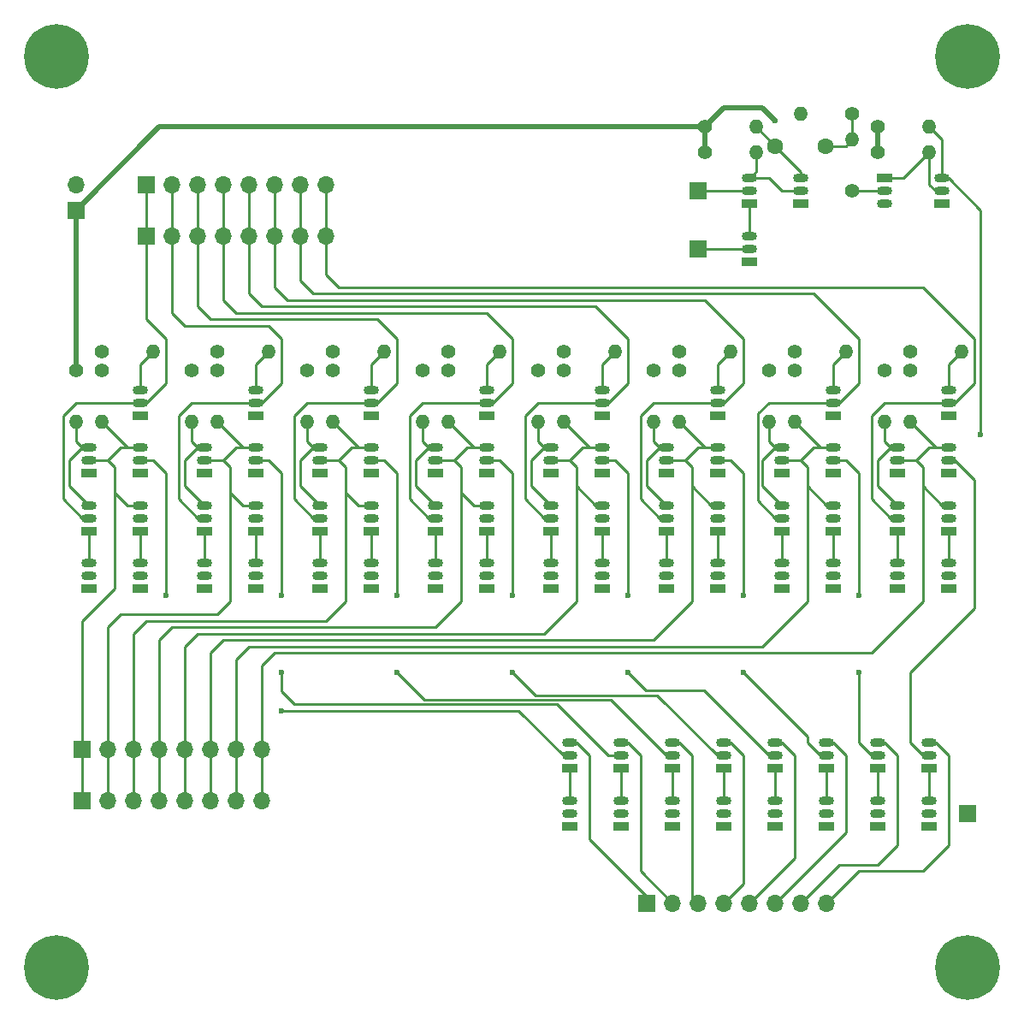
<source format=gbr>
G04 #@! TF.FileFunction,Copper,L1,Top,Signal*
%FSLAX46Y46*%
G04 Gerber Fmt 4.6, Leading zero omitted, Abs format (unit mm)*
G04 Created by KiCad (PCBNEW 4.0.7-e2-6376~58~ubuntu16.04.1) date Tue Jan 16 13:30:28 2018*
%MOMM*%
%LPD*%
G01*
G04 APERTURE LIST*
%ADD10C,0.100000*%
%ADD11C,1.600000*%
%ADD12R,1.700000X1.700000*%
%ADD13O,1.700000X1.700000*%
%ADD14O,1.500000X0.900000*%
%ADD15R,1.500000X0.900000*%
%ADD16C,1.400000*%
%ADD17O,1.400000X1.400000*%
%ADD18C,6.400000*%
%ADD19C,0.600000*%
%ADD20C,0.250000*%
%ADD21C,0.500000*%
G04 APERTURE END LIST*
D10*
D11*
X117475000Y-29210000D03*
X122475000Y-29210000D03*
D12*
X55245000Y-33020000D03*
D13*
X57785000Y-33020000D03*
X60325000Y-33020000D03*
X62865000Y-33020000D03*
X65405000Y-33020000D03*
X67945000Y-33020000D03*
X70485000Y-33020000D03*
X73025000Y-33020000D03*
D12*
X48260000Y-35560000D03*
D13*
X48260000Y-33020000D03*
D12*
X55245000Y-38100000D03*
D13*
X57785000Y-38100000D03*
X60325000Y-38100000D03*
X62865000Y-38100000D03*
X65405000Y-38100000D03*
X67945000Y-38100000D03*
X70485000Y-38100000D03*
X73025000Y-38100000D03*
D12*
X109855000Y-33655000D03*
X109855000Y-39370000D03*
X104775000Y-104140000D03*
D13*
X107315000Y-104140000D03*
X109855000Y-104140000D03*
X112395000Y-104140000D03*
X114935000Y-104140000D03*
X117475000Y-104140000D03*
X120015000Y-104140000D03*
X122555000Y-104140000D03*
D12*
X48895000Y-88900000D03*
D13*
X51435000Y-88900000D03*
X53975000Y-88900000D03*
X56515000Y-88900000D03*
X59055000Y-88900000D03*
X61595000Y-88900000D03*
X64135000Y-88900000D03*
X66675000Y-88900000D03*
D12*
X48895000Y-93980000D03*
D13*
X51435000Y-93980000D03*
X53975000Y-93980000D03*
X56515000Y-93980000D03*
X59055000Y-93980000D03*
X61595000Y-93980000D03*
X64135000Y-93980000D03*
X66675000Y-93980000D03*
D12*
X136525000Y-95250000D03*
D14*
X114935000Y-33655000D03*
X114935000Y-32385000D03*
D15*
X114935000Y-34925000D03*
D14*
X120015000Y-33655000D03*
X120015000Y-32385000D03*
D15*
X120015000Y-34925000D03*
D14*
X128270000Y-33655000D03*
X128270000Y-34925000D03*
D15*
X128270000Y-32385000D03*
D14*
X133985000Y-33655000D03*
X133985000Y-32385000D03*
D15*
X133985000Y-34925000D03*
D14*
X114935000Y-39370000D03*
X114935000Y-38100000D03*
D15*
X114935000Y-40640000D03*
D14*
X97155000Y-89535000D03*
X97155000Y-88265000D03*
D15*
X97155000Y-90805000D03*
D14*
X102235000Y-89535000D03*
X102235000Y-88265000D03*
D15*
X102235000Y-90805000D03*
D14*
X107315000Y-89535000D03*
X107315000Y-88265000D03*
D15*
X107315000Y-90805000D03*
D14*
X112395000Y-89535000D03*
X112395000Y-88265000D03*
D15*
X112395000Y-90805000D03*
D14*
X117475000Y-89535000D03*
X117475000Y-88265000D03*
D15*
X117475000Y-90805000D03*
D14*
X122555000Y-89535000D03*
X122555000Y-88265000D03*
D15*
X122555000Y-90805000D03*
D14*
X127635000Y-89535000D03*
X127635000Y-88265000D03*
D15*
X127635000Y-90805000D03*
D14*
X132715000Y-89535000D03*
X132715000Y-88265000D03*
D15*
X132715000Y-90805000D03*
D14*
X97155000Y-95250000D03*
X97155000Y-93980000D03*
D15*
X97155000Y-96520000D03*
D14*
X102235000Y-95250000D03*
X102235000Y-93980000D03*
D15*
X102235000Y-96520000D03*
D14*
X107315000Y-95250000D03*
X107315000Y-93980000D03*
D15*
X107315000Y-96520000D03*
D14*
X112395000Y-95250000D03*
X112395000Y-93980000D03*
D15*
X112395000Y-96520000D03*
D14*
X117475000Y-95250000D03*
X117475000Y-93980000D03*
D15*
X117475000Y-96520000D03*
D14*
X122555000Y-95250000D03*
X122555000Y-93980000D03*
D15*
X122555000Y-96520000D03*
D14*
X127635000Y-95250000D03*
X127635000Y-93980000D03*
D15*
X127635000Y-96520000D03*
D14*
X132715000Y-95250000D03*
X132715000Y-93980000D03*
D15*
X132715000Y-96520000D03*
D14*
X49530000Y-66040000D03*
X49530000Y-64770000D03*
D15*
X49530000Y-67310000D03*
D14*
X49530000Y-60325000D03*
X49530000Y-59055000D03*
D15*
X49530000Y-61595000D03*
D14*
X54610000Y-60325000D03*
X54610000Y-59055000D03*
D15*
X54610000Y-61595000D03*
D14*
X54610000Y-66040000D03*
X54610000Y-64770000D03*
D15*
X54610000Y-67310000D03*
D14*
X49530000Y-71755000D03*
X49530000Y-70485000D03*
D15*
X49530000Y-73025000D03*
D14*
X54610000Y-71755000D03*
X54610000Y-70485000D03*
D15*
X54610000Y-73025000D03*
D14*
X54610000Y-54610000D03*
X54610000Y-53340000D03*
D15*
X54610000Y-55880000D03*
D14*
X60960000Y-66040000D03*
X60960000Y-64770000D03*
D15*
X60960000Y-67310000D03*
D14*
X60960000Y-60325000D03*
X60960000Y-59055000D03*
D15*
X60960000Y-61595000D03*
D14*
X66040000Y-60325000D03*
X66040000Y-59055000D03*
D15*
X66040000Y-61595000D03*
D14*
X66040000Y-66040000D03*
X66040000Y-64770000D03*
D15*
X66040000Y-67310000D03*
D14*
X60960000Y-71755000D03*
X60960000Y-70485000D03*
D15*
X60960000Y-73025000D03*
D14*
X66040000Y-71755000D03*
X66040000Y-70485000D03*
D15*
X66040000Y-73025000D03*
D14*
X66040000Y-54610000D03*
X66040000Y-53340000D03*
D15*
X66040000Y-55880000D03*
D14*
X72390000Y-66040000D03*
X72390000Y-64770000D03*
D15*
X72390000Y-67310000D03*
D14*
X72390000Y-60325000D03*
X72390000Y-59055000D03*
D15*
X72390000Y-61595000D03*
D14*
X77470000Y-60325000D03*
X77470000Y-59055000D03*
D15*
X77470000Y-61595000D03*
D14*
X77470000Y-66040000D03*
X77470000Y-64770000D03*
D15*
X77470000Y-67310000D03*
D14*
X72390000Y-71755000D03*
X72390000Y-70485000D03*
D15*
X72390000Y-73025000D03*
D14*
X77470000Y-71755000D03*
X77470000Y-70485000D03*
D15*
X77470000Y-73025000D03*
D14*
X77470000Y-54610000D03*
X77470000Y-53340000D03*
D15*
X77470000Y-55880000D03*
D14*
X83820000Y-66040000D03*
X83820000Y-64770000D03*
D15*
X83820000Y-67310000D03*
D14*
X83820000Y-60325000D03*
X83820000Y-59055000D03*
D15*
X83820000Y-61595000D03*
D14*
X88900000Y-60325000D03*
X88900000Y-59055000D03*
D15*
X88900000Y-61595000D03*
D14*
X88900000Y-66040000D03*
X88900000Y-64770000D03*
D15*
X88900000Y-67310000D03*
D14*
X83820000Y-71755000D03*
X83820000Y-70485000D03*
D15*
X83820000Y-73025000D03*
D14*
X88900000Y-71755000D03*
X88900000Y-70485000D03*
D15*
X88900000Y-73025000D03*
D14*
X88900000Y-54610000D03*
X88900000Y-53340000D03*
D15*
X88900000Y-55880000D03*
D14*
X95250000Y-66040000D03*
X95250000Y-64770000D03*
D15*
X95250000Y-67310000D03*
D14*
X95250000Y-60325000D03*
X95250000Y-59055000D03*
D15*
X95250000Y-61595000D03*
D14*
X100330000Y-60325000D03*
X100330000Y-59055000D03*
D15*
X100330000Y-61595000D03*
D14*
X100330000Y-66040000D03*
X100330000Y-64770000D03*
D15*
X100330000Y-67310000D03*
D14*
X95250000Y-71755000D03*
X95250000Y-70485000D03*
D15*
X95250000Y-73025000D03*
D14*
X100330000Y-71755000D03*
X100330000Y-70485000D03*
D15*
X100330000Y-73025000D03*
D14*
X100330000Y-54610000D03*
X100330000Y-53340000D03*
D15*
X100330000Y-55880000D03*
D14*
X106680000Y-66040000D03*
X106680000Y-64770000D03*
D15*
X106680000Y-67310000D03*
D14*
X106680000Y-60325000D03*
X106680000Y-59055000D03*
D15*
X106680000Y-61595000D03*
D14*
X111760000Y-60325000D03*
X111760000Y-59055000D03*
D15*
X111760000Y-61595000D03*
D14*
X111760000Y-66040000D03*
X111760000Y-64770000D03*
D15*
X111760000Y-67310000D03*
D14*
X106680000Y-71755000D03*
X106680000Y-70485000D03*
D15*
X106680000Y-73025000D03*
D14*
X111760000Y-71755000D03*
X111760000Y-70485000D03*
D15*
X111760000Y-73025000D03*
D14*
X111760000Y-54610000D03*
X111760000Y-53340000D03*
D15*
X111760000Y-55880000D03*
D14*
X118110000Y-66040000D03*
X118110000Y-64770000D03*
D15*
X118110000Y-67310000D03*
D14*
X118110000Y-60325000D03*
X118110000Y-59055000D03*
D15*
X118110000Y-61595000D03*
D14*
X123190000Y-60325000D03*
X123190000Y-59055000D03*
D15*
X123190000Y-61595000D03*
D14*
X123190000Y-66040000D03*
X123190000Y-64770000D03*
D15*
X123190000Y-67310000D03*
D14*
X118110000Y-71755000D03*
X118110000Y-70485000D03*
D15*
X118110000Y-73025000D03*
D14*
X123190000Y-71755000D03*
X123190000Y-70485000D03*
D15*
X123190000Y-73025000D03*
D14*
X123190000Y-54610000D03*
X123190000Y-53340000D03*
D15*
X123190000Y-55880000D03*
D14*
X129540000Y-66040000D03*
X129540000Y-64770000D03*
D15*
X129540000Y-67310000D03*
D14*
X129540000Y-60325000D03*
X129540000Y-59055000D03*
D15*
X129540000Y-61595000D03*
D14*
X134620000Y-60325000D03*
X134620000Y-59055000D03*
D15*
X134620000Y-61595000D03*
D14*
X134620000Y-66040000D03*
X134620000Y-64770000D03*
D15*
X134620000Y-67310000D03*
D14*
X129540000Y-71755000D03*
X129540000Y-70485000D03*
D15*
X129540000Y-73025000D03*
D14*
X134620000Y-71755000D03*
X134620000Y-70485000D03*
D15*
X134620000Y-73025000D03*
D14*
X134620000Y-54610000D03*
X134620000Y-53340000D03*
D15*
X134620000Y-55880000D03*
D16*
X110490000Y-29845000D03*
D17*
X115570000Y-29845000D03*
D16*
X110490000Y-27305000D03*
D17*
X115570000Y-27305000D03*
D16*
X127635000Y-29845000D03*
D17*
X132715000Y-29845000D03*
D16*
X127635000Y-27305000D03*
D17*
X132715000Y-27305000D03*
D16*
X125095000Y-33655000D03*
D17*
X125095000Y-28575000D03*
D16*
X125095000Y-26035000D03*
D17*
X120015000Y-26035000D03*
D16*
X48260000Y-51435000D03*
D17*
X48260000Y-56515000D03*
D16*
X50800000Y-51435000D03*
D17*
X50800000Y-56515000D03*
D16*
X50800000Y-49530000D03*
D17*
X55880000Y-49530000D03*
D16*
X59690000Y-51435000D03*
D17*
X59690000Y-56515000D03*
D16*
X62230000Y-51435000D03*
D17*
X62230000Y-56515000D03*
D16*
X62230000Y-49530000D03*
D17*
X67310000Y-49530000D03*
D16*
X71120000Y-51435000D03*
D17*
X71120000Y-56515000D03*
D16*
X73660000Y-51435000D03*
D17*
X73660000Y-56515000D03*
D16*
X73660000Y-49530000D03*
D17*
X78740000Y-49530000D03*
D16*
X82550000Y-51435000D03*
D17*
X82550000Y-56515000D03*
D16*
X85090000Y-51435000D03*
D17*
X85090000Y-56515000D03*
D16*
X85090000Y-49530000D03*
D17*
X90170000Y-49530000D03*
D16*
X93980000Y-51435000D03*
D17*
X93980000Y-56515000D03*
D16*
X96520000Y-51435000D03*
D17*
X96520000Y-56515000D03*
D16*
X96520000Y-49530000D03*
D17*
X101600000Y-49530000D03*
D16*
X105410000Y-51435000D03*
D17*
X105410000Y-56515000D03*
D16*
X107950000Y-51435000D03*
D17*
X107950000Y-56515000D03*
D16*
X107950000Y-49530000D03*
D17*
X113030000Y-49530000D03*
D16*
X116840000Y-51435000D03*
D17*
X116840000Y-56515000D03*
D16*
X119380000Y-51435000D03*
D17*
X119380000Y-56515000D03*
D16*
X119380000Y-49530000D03*
D17*
X124460000Y-49530000D03*
D16*
X128270000Y-51435000D03*
D17*
X128270000Y-56515000D03*
D16*
X130810000Y-51435000D03*
D17*
X130810000Y-56515000D03*
D16*
X130810000Y-49530000D03*
D17*
X135890000Y-49530000D03*
D18*
X46355000Y-20320000D03*
X136525000Y-20320000D03*
X136525000Y-110490000D03*
X46355000Y-110490000D03*
D19*
X117475000Y-26670000D03*
X137795000Y-57785000D03*
X68580000Y-85090000D03*
X57150000Y-73660000D03*
X68580000Y-81280000D03*
X68580000Y-73660000D03*
X80010000Y-81280000D03*
X80010000Y-73660000D03*
X91440000Y-81280000D03*
X91440000Y-73660000D03*
X102870000Y-81280000D03*
X102870000Y-73660000D03*
X114300000Y-81280000D03*
X114300000Y-73660000D03*
X125730000Y-81280000D03*
X125730000Y-73660000D03*
D20*
X115570000Y-27305000D02*
X117475000Y-29210000D01*
X117475000Y-29210000D02*
X120015000Y-31750000D01*
X120015000Y-31750000D02*
X120015000Y-32385000D01*
X125095000Y-28575000D02*
X125095000Y-26035000D01*
X122475000Y-29210000D02*
X124460000Y-29210000D01*
X124460000Y-29210000D02*
X125095000Y-28575000D01*
X57150000Y-48260000D02*
X55245000Y-46355000D01*
X57150000Y-52705000D02*
X57150000Y-48260000D01*
X55245000Y-54610000D02*
X57150000Y-52705000D01*
X55245000Y-46355000D02*
X55245000Y-38100000D01*
X55245000Y-33020000D02*
X55245000Y-38100000D01*
X54610000Y-54610000D02*
X48260000Y-54610000D01*
X46990000Y-64135000D02*
X48895000Y-66040000D01*
X46990000Y-55880000D02*
X46990000Y-64135000D01*
X48260000Y-54610000D02*
X46990000Y-55880000D01*
X48895000Y-66040000D02*
X49530000Y-66040000D01*
X54610000Y-54610000D02*
X55245000Y-54610000D01*
X68580000Y-48260000D02*
X67310000Y-46990000D01*
X68580000Y-52705000D02*
X68580000Y-48260000D01*
X66675000Y-54610000D02*
X68580000Y-52705000D01*
X57785000Y-45720000D02*
X57785000Y-38100000D01*
X59055000Y-46990000D02*
X57785000Y-45720000D01*
X67310000Y-46990000D02*
X59055000Y-46990000D01*
X66040000Y-54610000D02*
X66675000Y-54610000D01*
X66040000Y-54610000D02*
X59690000Y-54610000D01*
X58420000Y-64135000D02*
X60325000Y-66040000D01*
X58420000Y-55880000D02*
X58420000Y-64135000D01*
X59690000Y-54610000D02*
X58420000Y-55880000D01*
X60325000Y-66040000D02*
X60960000Y-66040000D01*
X57785000Y-38100000D02*
X57785000Y-33020000D01*
X77470000Y-54610000D02*
X78105000Y-54610000D01*
X78105000Y-54610000D02*
X80010000Y-52705000D01*
X60325000Y-45085000D02*
X60325000Y-38100000D01*
X61595000Y-46355000D02*
X60325000Y-45085000D01*
X78105000Y-46355000D02*
X61595000Y-46355000D01*
X80010000Y-48260000D02*
X78105000Y-46355000D01*
X80010000Y-52705000D02*
X80010000Y-48260000D01*
X72390000Y-66040000D02*
X71755000Y-66040000D01*
X71755000Y-66040000D02*
X69850000Y-64135000D01*
X69850000Y-64135000D02*
X69850000Y-55880000D01*
X69850000Y-55880000D02*
X71120000Y-54610000D01*
X71120000Y-54610000D02*
X77470000Y-54610000D01*
X60325000Y-33020000D02*
X60325000Y-38100000D01*
X88900000Y-54610000D02*
X89535000Y-54610000D01*
X89535000Y-54610000D02*
X91440000Y-52705000D01*
X62865000Y-44450000D02*
X62865000Y-38100000D01*
X64135000Y-45720000D02*
X62865000Y-44450000D01*
X88900000Y-45720000D02*
X64135000Y-45720000D01*
X91440000Y-48260000D02*
X88900000Y-45720000D01*
X91440000Y-52705000D02*
X91440000Y-48260000D01*
X83820000Y-66040000D02*
X83185000Y-66040000D01*
X83185000Y-66040000D02*
X81280000Y-64135000D01*
X81280000Y-64135000D02*
X81280000Y-55880000D01*
X81280000Y-55880000D02*
X82550000Y-54610000D01*
X82550000Y-54610000D02*
X88900000Y-54610000D01*
X62865000Y-38100000D02*
X62865000Y-33020000D01*
X100330000Y-54610000D02*
X100965000Y-54610000D01*
X100965000Y-54610000D02*
X102870000Y-52705000D01*
X65405000Y-43815000D02*
X65405000Y-38100000D01*
X66675000Y-45085000D02*
X65405000Y-43815000D01*
X99695000Y-45085000D02*
X66675000Y-45085000D01*
X102870000Y-48260000D02*
X99695000Y-45085000D01*
X102870000Y-52705000D02*
X102870000Y-48260000D01*
X100330000Y-54610000D02*
X93980000Y-54610000D01*
X92710000Y-64135000D02*
X94615000Y-66040000D01*
X92710000Y-55880000D02*
X92710000Y-64135000D01*
X93980000Y-54610000D02*
X92710000Y-55880000D01*
X94615000Y-66040000D02*
X95250000Y-66040000D01*
X65405000Y-33020000D02*
X65405000Y-38100000D01*
X111760000Y-54610000D02*
X112395000Y-54610000D01*
X112395000Y-54610000D02*
X114300000Y-52705000D01*
X67945000Y-43180000D02*
X67945000Y-38100000D01*
X69215000Y-44450000D02*
X67945000Y-43180000D01*
X110490000Y-44450000D02*
X69215000Y-44450000D01*
X114300000Y-48260000D02*
X110490000Y-44450000D01*
X114300000Y-52705000D02*
X114300000Y-48260000D01*
X111760000Y-54610000D02*
X105410000Y-54610000D01*
X104140000Y-64135000D02*
X106045000Y-66040000D01*
X104140000Y-55880000D02*
X104140000Y-64135000D01*
X105410000Y-54610000D02*
X104140000Y-55880000D01*
X106045000Y-66040000D02*
X106680000Y-66040000D01*
X67945000Y-38100000D02*
X67945000Y-33020000D01*
X123190000Y-54610000D02*
X123825000Y-54610000D01*
X123825000Y-54610000D02*
X125730000Y-52705000D01*
X70485000Y-42545000D02*
X70485000Y-38100000D01*
X71755000Y-43815000D02*
X70485000Y-42545000D01*
X121285000Y-43815000D02*
X71755000Y-43815000D01*
X125730000Y-48260000D02*
X121285000Y-43815000D01*
X125730000Y-52705000D02*
X125730000Y-48260000D01*
X118110000Y-66040000D02*
X117475000Y-66040000D01*
X117475000Y-66040000D02*
X115754998Y-64319998D01*
X115754998Y-64319998D02*
X115754998Y-55695002D01*
X115754998Y-55695002D02*
X116840000Y-54610000D01*
X116840000Y-54610000D02*
X123190000Y-54610000D01*
X70485000Y-33020000D02*
X70485000Y-38100000D01*
X134620000Y-54610000D02*
X128270000Y-54610000D01*
X127000000Y-64135000D02*
X128905000Y-66040000D01*
X127000000Y-55880000D02*
X127000000Y-64135000D01*
X128270000Y-54610000D02*
X127000000Y-55880000D01*
X128905000Y-66040000D02*
X129540000Y-66040000D01*
X134620000Y-54610000D02*
X135255000Y-54610000D01*
X135255000Y-54610000D02*
X137160000Y-52705000D01*
X137160000Y-52705000D02*
X137160000Y-48260000D01*
X137160000Y-48260000D02*
X132080000Y-43180000D01*
X132080000Y-43180000D02*
X74295000Y-43180000D01*
X74295000Y-43180000D02*
X73025000Y-41910000D01*
X73025000Y-41910000D02*
X73025000Y-38100000D01*
X73025000Y-38100000D02*
X73025000Y-33020000D01*
D21*
X110490000Y-27305000D02*
X56515000Y-27305000D01*
X56515000Y-27305000D02*
X48260000Y-35560000D01*
X112395000Y-25400000D02*
X110490000Y-27305000D01*
X116205000Y-25400000D02*
X112395000Y-25400000D01*
X117475000Y-26670000D02*
X116205000Y-25400000D01*
X127635000Y-27305000D02*
X127635000Y-29845000D01*
X110490000Y-29845000D02*
X110490000Y-27305000D01*
X48260000Y-35560000D02*
X48260000Y-51435000D01*
D20*
X109855000Y-33655000D02*
X114935000Y-33655000D01*
X109855000Y-39370000D02*
X114935000Y-39370000D01*
X97155000Y-88265000D02*
X97790000Y-88265000D01*
X97790000Y-88265000D02*
X99060000Y-89535000D01*
X99060000Y-89535000D02*
X99060000Y-97790000D01*
X99060000Y-97790000D02*
X104775000Y-103505000D01*
X104775000Y-103505000D02*
X104775000Y-104140000D01*
X102235000Y-88265000D02*
X102870000Y-88265000D01*
X102870000Y-88265000D02*
X104140000Y-89535000D01*
X104140000Y-89535000D02*
X104140000Y-100965000D01*
X104140000Y-100965000D02*
X107315000Y-104140000D01*
X107315000Y-88265000D02*
X107950000Y-88265000D01*
X107950000Y-88265000D02*
X109220000Y-89535000D01*
X109220000Y-89535000D02*
X109220000Y-103505000D01*
X109220000Y-103505000D02*
X109855000Y-104140000D01*
X112395000Y-88265000D02*
X113030000Y-88265000D01*
X113030000Y-88265000D02*
X114300000Y-89535000D01*
X114300000Y-89535000D02*
X114300000Y-102235000D01*
X114300000Y-102235000D02*
X112395000Y-104140000D01*
X117475000Y-88265000D02*
X118110000Y-88265000D01*
X118110000Y-88265000D02*
X119380000Y-89535000D01*
X119380000Y-89535000D02*
X119380000Y-99695000D01*
X119380000Y-99695000D02*
X114935000Y-104140000D01*
X122555000Y-88265000D02*
X123190000Y-88265000D01*
X123190000Y-88265000D02*
X124460000Y-89535000D01*
X124460000Y-89535000D02*
X124460000Y-97155000D01*
X124460000Y-97155000D02*
X117475000Y-104140000D01*
X127635000Y-88265000D02*
X128270000Y-88265000D01*
X128270000Y-88265000D02*
X129540000Y-89535000D01*
X129540000Y-89535000D02*
X129540000Y-98425000D01*
X129540000Y-98425000D02*
X127635000Y-100330000D01*
X127635000Y-100330000D02*
X123825000Y-100330000D01*
X123825000Y-100330000D02*
X120015000Y-104140000D01*
X132715000Y-88265000D02*
X133350000Y-88265000D01*
X133350000Y-88265000D02*
X134620000Y-89535000D01*
X125730000Y-100965000D02*
X122555000Y-104140000D01*
X132080000Y-100965000D02*
X125730000Y-100965000D01*
X134620000Y-98425000D02*
X132080000Y-100965000D01*
X134620000Y-89535000D02*
X134620000Y-98425000D01*
X48895000Y-88900000D02*
X48895000Y-93980000D01*
X48895000Y-88900000D02*
X48895000Y-76200000D01*
X52070000Y-73025000D02*
X52070000Y-63500000D01*
X52070000Y-73025000D02*
X48895000Y-76200000D01*
X54610000Y-59055000D02*
X53340000Y-59055000D01*
X53340000Y-59055000D02*
X50800000Y-56515000D01*
X52070000Y-63500000D02*
X53340000Y-64770000D01*
X53340000Y-64770000D02*
X54610000Y-64770000D01*
X50800000Y-60325000D02*
X51435000Y-60325000D01*
X51435000Y-60325000D02*
X52070000Y-60960000D01*
X52070000Y-60960000D02*
X52070000Y-63500000D01*
X49530000Y-60325000D02*
X50800000Y-60325000D01*
X52705000Y-59055000D02*
X54610000Y-59055000D01*
X51435000Y-60325000D02*
X52705000Y-59055000D01*
X51435000Y-93980000D02*
X51435000Y-88900000D01*
X53975000Y-75565000D02*
X52705000Y-75565000D01*
X63500000Y-63500000D02*
X63500000Y-74295000D01*
X63500000Y-74295000D02*
X62230000Y-75565000D01*
X62230000Y-75565000D02*
X53975000Y-75565000D01*
X51435000Y-76835000D02*
X51435000Y-88900000D01*
X52705000Y-75565000D02*
X51435000Y-76835000D01*
X66040000Y-64770000D02*
X64770000Y-64770000D01*
X64770000Y-64770000D02*
X63500000Y-63500000D01*
X62865000Y-60325000D02*
X63500000Y-60960000D01*
X63500000Y-60960000D02*
X63500000Y-63500000D01*
X66040000Y-59055000D02*
X64135000Y-59055000D01*
X62865000Y-60325000D02*
X60960000Y-60325000D01*
X64135000Y-59055000D02*
X62865000Y-60325000D01*
X66040000Y-59055000D02*
X64770000Y-59055000D01*
X64770000Y-59055000D02*
X62230000Y-56515000D01*
X74930000Y-74295000D02*
X73025000Y-76200000D01*
X74930000Y-63500000D02*
X74930000Y-74295000D01*
X53975000Y-77470000D02*
X53975000Y-88900000D01*
X55245000Y-76200000D02*
X53975000Y-77470000D01*
X73025000Y-76200000D02*
X55245000Y-76200000D01*
X74295000Y-60325000D02*
X74930000Y-60960000D01*
X76200000Y-64770000D02*
X77470000Y-64770000D01*
X74930000Y-63500000D02*
X76200000Y-64770000D01*
X74930000Y-60960000D02*
X74930000Y-63500000D01*
X77470000Y-59055000D02*
X75565000Y-59055000D01*
X74295000Y-60325000D02*
X72390000Y-60325000D01*
X75565000Y-59055000D02*
X74295000Y-60325000D01*
X73660000Y-56515000D02*
X76200000Y-59055000D01*
X76200000Y-59055000D02*
X77470000Y-59055000D01*
X53975000Y-93980000D02*
X53975000Y-88900000D01*
X56515000Y-88900000D02*
X56515000Y-93980000D01*
X86360000Y-63500000D02*
X86360000Y-74295000D01*
X56515000Y-78105000D02*
X56515000Y-88900000D01*
X57785000Y-76835000D02*
X56515000Y-78105000D01*
X70485000Y-76835000D02*
X57785000Y-76835000D01*
X83820000Y-76835000D02*
X70485000Y-76835000D01*
X86360000Y-74295000D02*
X83820000Y-76835000D01*
X85725000Y-60325000D02*
X86360000Y-60960000D01*
X87630000Y-64770000D02*
X88900000Y-64770000D01*
X86360000Y-63500000D02*
X87630000Y-64770000D01*
X86360000Y-60960000D02*
X86360000Y-63500000D01*
X88900000Y-59055000D02*
X86995000Y-59055000D01*
X85725000Y-60325000D02*
X83820000Y-60325000D01*
X86995000Y-59055000D02*
X85725000Y-60325000D01*
X85090000Y-56515000D02*
X87630000Y-59055000D01*
X87630000Y-59055000D02*
X88900000Y-59055000D01*
X59055000Y-88900000D02*
X59055000Y-93980000D01*
X97790000Y-62865000D02*
X97790000Y-74295000D01*
X59055000Y-78740000D02*
X59055000Y-88900000D01*
X60325000Y-77470000D02*
X59055000Y-78740000D01*
X94615000Y-77470000D02*
X60325000Y-77470000D01*
X97790000Y-74295000D02*
X94615000Y-77470000D01*
X97155000Y-60325000D02*
X97790000Y-60960000D01*
X97790000Y-62865000D02*
X99695000Y-64770000D01*
X97790000Y-62230000D02*
X97790000Y-62865000D01*
X97790000Y-60960000D02*
X97790000Y-62230000D01*
X99695000Y-64770000D02*
X100330000Y-64770000D01*
X100330000Y-59055000D02*
X98425000Y-59055000D01*
X97155000Y-60325000D02*
X95250000Y-60325000D01*
X98425000Y-59055000D02*
X97155000Y-60325000D01*
X96520000Y-56515000D02*
X99060000Y-59055000D01*
X99060000Y-59055000D02*
X100330000Y-59055000D01*
X61595000Y-88900000D02*
X61595000Y-93980000D01*
X109220000Y-62865000D02*
X109220000Y-74295000D01*
X61595000Y-79375000D02*
X61595000Y-88900000D01*
X62865000Y-78105000D02*
X61595000Y-79375000D01*
X105410000Y-78105000D02*
X62865000Y-78105000D01*
X109220000Y-74295000D02*
X105410000Y-78105000D01*
X108585000Y-60325000D02*
X109220000Y-60960000D01*
X109220000Y-62865000D02*
X111125000Y-64770000D01*
X109220000Y-60960000D02*
X109220000Y-62865000D01*
X111125000Y-64770000D02*
X111760000Y-64770000D01*
X106680000Y-60325000D02*
X108585000Y-60325000D01*
X109855000Y-59055000D02*
X111760000Y-59055000D01*
X108585000Y-60325000D02*
X109855000Y-59055000D01*
X107950000Y-56515000D02*
X110490000Y-59055000D01*
X110490000Y-59055000D02*
X111760000Y-59055000D01*
X64135000Y-93980000D02*
X64135000Y-88900000D01*
X120650000Y-62865000D02*
X120650000Y-74295000D01*
X64135000Y-80010000D02*
X64135000Y-93980000D01*
X65405000Y-78740000D02*
X64135000Y-80010000D01*
X116205000Y-78740000D02*
X65405000Y-78740000D01*
X120650000Y-74295000D02*
X116205000Y-78740000D01*
X120015000Y-60325000D02*
X120650000Y-60960000D01*
X120650000Y-62865000D02*
X122555000Y-64770000D01*
X120650000Y-60960000D02*
X120650000Y-62865000D01*
X122555000Y-64770000D02*
X123190000Y-64770000D01*
X123190000Y-59055000D02*
X121285000Y-59055000D01*
X120015000Y-60325000D02*
X118110000Y-60325000D01*
X121285000Y-59055000D02*
X120015000Y-60325000D01*
X119380000Y-56515000D02*
X121920000Y-59055000D01*
X121920000Y-59055000D02*
X123190000Y-59055000D01*
X66675000Y-93980000D02*
X66675000Y-88900000D01*
X132080000Y-62865000D02*
X132080000Y-74295000D01*
X66675000Y-80645000D02*
X66675000Y-93980000D01*
X67945000Y-79375000D02*
X66675000Y-80645000D01*
X127000000Y-79375000D02*
X67945000Y-79375000D01*
X132080000Y-74295000D02*
X127000000Y-79375000D01*
X134620000Y-59055000D02*
X133350000Y-59055000D01*
X133350000Y-59055000D02*
X130810000Y-56515000D01*
X131445000Y-60325000D02*
X132715000Y-59055000D01*
X132715000Y-59055000D02*
X134620000Y-59055000D01*
X134620000Y-64770000D02*
X133985000Y-64770000D01*
X133985000Y-64770000D02*
X132080000Y-62865000D01*
X132080000Y-62865000D02*
X132080000Y-60960000D01*
X132080000Y-60960000D02*
X131445000Y-60325000D01*
X131445000Y-60325000D02*
X129540000Y-60325000D01*
X114935000Y-32385000D02*
X116840000Y-32385000D01*
X118110000Y-33655000D02*
X120015000Y-33655000D01*
X116840000Y-32385000D02*
X118110000Y-33655000D01*
X115570000Y-29845000D02*
X115570000Y-31750000D01*
X115570000Y-31750000D02*
X114935000Y-32385000D01*
X114935000Y-34925000D02*
X114935000Y-38100000D01*
X125095000Y-33655000D02*
X128270000Y-33655000D01*
X128270000Y-32385000D02*
X130175000Y-32385000D01*
X130175000Y-32385000D02*
X132715000Y-29845000D01*
X132715000Y-29845000D02*
X132715000Y-32385000D01*
X132715000Y-33020000D02*
X133350000Y-33655000D01*
X132715000Y-32385000D02*
X132715000Y-33020000D01*
X133350000Y-33655000D02*
X133985000Y-33655000D01*
X137795000Y-35560000D02*
X134620000Y-32385000D01*
X137795000Y-47625000D02*
X137795000Y-35560000D01*
X137795000Y-57785000D02*
X137795000Y-47625000D01*
X134620000Y-32385000D02*
X133985000Y-32385000D01*
X133985000Y-32385000D02*
X133985000Y-28575000D01*
X133985000Y-28575000D02*
X132715000Y-27305000D01*
X54610000Y-60325000D02*
X55880000Y-60325000D01*
X92075000Y-85090000D02*
X96520000Y-89535000D01*
X68580000Y-85090000D02*
X92075000Y-85090000D01*
X57150000Y-61595000D02*
X57150000Y-73660000D01*
X55880000Y-60325000D02*
X57150000Y-61595000D01*
X96520000Y-89535000D02*
X97155000Y-89535000D01*
X48260000Y-56515000D02*
X48260000Y-58420000D01*
X48260000Y-58420000D02*
X48895000Y-59055000D01*
X48895000Y-59055000D02*
X49530000Y-59055000D01*
X49530000Y-59055000D02*
X48895000Y-59055000D01*
X48895000Y-59055000D02*
X47625000Y-60325000D01*
X47625000Y-62865000D02*
X49530000Y-64770000D01*
X47625000Y-60325000D02*
X47625000Y-62865000D01*
X97155000Y-90805000D02*
X97155000Y-93980000D01*
X66040000Y-60325000D02*
X67310000Y-60325000D01*
X100965000Y-89535000D02*
X102235000Y-89535000D01*
X95885000Y-84455000D02*
X100965000Y-89535000D01*
X69850000Y-84455000D02*
X95885000Y-84455000D01*
X68580000Y-83185000D02*
X69850000Y-84455000D01*
X68580000Y-81280000D02*
X68580000Y-83185000D01*
X68580000Y-61595000D02*
X68580000Y-73660000D01*
X67310000Y-60325000D02*
X68580000Y-61595000D01*
X60960000Y-59055000D02*
X60325000Y-59055000D01*
X60325000Y-59055000D02*
X59055000Y-60325000D01*
X59055000Y-62865000D02*
X60960000Y-64770000D01*
X59055000Y-60325000D02*
X59055000Y-62865000D01*
X59690000Y-56515000D02*
X59690000Y-58420000D01*
X59690000Y-58420000D02*
X60325000Y-59055000D01*
X102235000Y-90805000D02*
X102235000Y-93980000D01*
X77470000Y-60325000D02*
X78740000Y-60325000D01*
X101149998Y-84004998D02*
X106680000Y-89535000D01*
X82734998Y-84004998D02*
X101149998Y-84004998D01*
X80010000Y-81280000D02*
X82734998Y-84004998D01*
X80010000Y-61595000D02*
X80010000Y-73660000D01*
X78740000Y-60325000D02*
X80010000Y-61595000D01*
X106680000Y-89535000D02*
X107315000Y-89535000D01*
X72390000Y-59055000D02*
X71755000Y-59055000D01*
X71755000Y-59055000D02*
X70485000Y-60325000D01*
X70485000Y-62865000D02*
X72390000Y-64770000D01*
X70485000Y-60325000D02*
X70485000Y-62865000D01*
X71120000Y-56515000D02*
X71120000Y-58420000D01*
X71120000Y-58420000D02*
X71755000Y-59055000D01*
X107315000Y-90805000D02*
X107315000Y-93980000D01*
X88900000Y-60325000D02*
X90170000Y-60325000D01*
X105779996Y-83554996D02*
X111760000Y-89535000D01*
X93714996Y-83554996D02*
X105779996Y-83554996D01*
X91440000Y-81280000D02*
X93714996Y-83554996D01*
X91440000Y-61595000D02*
X91440000Y-73660000D01*
X90170000Y-60325000D02*
X91440000Y-61595000D01*
X111760000Y-89535000D02*
X112395000Y-89535000D01*
X83820000Y-59055000D02*
X83185000Y-59055000D01*
X83185000Y-59055000D02*
X81915000Y-60325000D01*
X81915000Y-62865000D02*
X83820000Y-64770000D01*
X81915000Y-60325000D02*
X81915000Y-62865000D01*
X82550000Y-56515000D02*
X82550000Y-58420000D01*
X82550000Y-58420000D02*
X83185000Y-59055000D01*
X112395000Y-90805000D02*
X112395000Y-93980000D01*
X117475000Y-89535000D02*
X116840000Y-89535000D01*
X116840000Y-89535000D02*
X110409994Y-83104994D01*
X110409994Y-83104994D02*
X104694994Y-83104994D01*
X104694994Y-83104994D02*
X102870000Y-81280000D01*
X102870000Y-73660000D02*
X102870000Y-63500000D01*
X102870000Y-63500000D02*
X102870000Y-61595000D01*
X102870000Y-61595000D02*
X101600000Y-60325000D01*
X101600000Y-60325000D02*
X100330000Y-60325000D01*
X95250000Y-59055000D02*
X94615000Y-59055000D01*
X94615000Y-59055000D02*
X93345000Y-60325000D01*
X93345000Y-62865000D02*
X95250000Y-64770000D01*
X93345000Y-60325000D02*
X93345000Y-62865000D01*
X93980000Y-56515000D02*
X93980000Y-58420000D01*
X93980000Y-58420000D02*
X94615000Y-59055000D01*
X117475000Y-90805000D02*
X117475000Y-93980000D01*
X111760000Y-60325000D02*
X113030000Y-60325000D01*
X120650000Y-88265000D02*
X121920000Y-89535000D01*
X120650000Y-87630000D02*
X120650000Y-88265000D01*
X114300000Y-81280000D02*
X120650000Y-87630000D01*
X114300000Y-61595000D02*
X114300000Y-73660000D01*
X113030000Y-60325000D02*
X114300000Y-61595000D01*
X121920000Y-89535000D02*
X122555000Y-89535000D01*
X106680000Y-59055000D02*
X106045000Y-59055000D01*
X106045000Y-59055000D02*
X105410000Y-58420000D01*
X105410000Y-58420000D02*
X105410000Y-56515000D01*
X106045000Y-59055000D02*
X104775000Y-60325000D01*
X104775000Y-60325000D02*
X104775000Y-62865000D01*
X104775000Y-62865000D02*
X106680000Y-64770000D01*
X122555000Y-90805000D02*
X122555000Y-93980000D01*
X123190000Y-60325000D02*
X124460000Y-60325000D01*
X125730000Y-88265000D02*
X127000000Y-89535000D01*
X125730000Y-87630000D02*
X125730000Y-88265000D01*
X125730000Y-81280000D02*
X125730000Y-87630000D01*
X125730000Y-61595000D02*
X125730000Y-73660000D01*
X124460000Y-60325000D02*
X125730000Y-61595000D01*
X127000000Y-89535000D02*
X127635000Y-89535000D01*
X118110000Y-59055000D02*
X117475000Y-59055000D01*
X117475000Y-59055000D02*
X116840000Y-58420000D01*
X116840000Y-58420000D02*
X116840000Y-56515000D01*
X118110000Y-64770000D02*
X116205000Y-62865000D01*
X116205000Y-62865000D02*
X116205000Y-60325000D01*
X116205000Y-60325000D02*
X117475000Y-59055000D01*
X127635000Y-90805000D02*
X127635000Y-93980000D01*
X132715000Y-89535000D02*
X132080000Y-89535000D01*
X132080000Y-89535000D02*
X130810000Y-88265000D01*
X130810000Y-88265000D02*
X130810000Y-81280000D01*
X130810000Y-81280000D02*
X137160000Y-74930000D01*
X137160000Y-74930000D02*
X137160000Y-62230000D01*
X137160000Y-62230000D02*
X135255000Y-60325000D01*
X135255000Y-60325000D02*
X134620000Y-60325000D01*
X128270000Y-56515000D02*
X128270000Y-58420000D01*
X128270000Y-58420000D02*
X128905000Y-59055000D01*
X128905000Y-59055000D02*
X129540000Y-59055000D01*
X129540000Y-59055000D02*
X128905000Y-59055000D01*
X128905000Y-59055000D02*
X127635000Y-60325000D01*
X127635000Y-60325000D02*
X127635000Y-62865000D01*
X127635000Y-62865000D02*
X129540000Y-64770000D01*
X132715000Y-90805000D02*
X132715000Y-93980000D01*
X49530000Y-67310000D02*
X49530000Y-70485000D01*
X54610000Y-53340000D02*
X54610000Y-50800000D01*
X54610000Y-50800000D02*
X55880000Y-49530000D01*
X54610000Y-67310000D02*
X54610000Y-70485000D01*
X60960000Y-67310000D02*
X60960000Y-70485000D01*
X66040000Y-53340000D02*
X66040000Y-50800000D01*
X66040000Y-50800000D02*
X67310000Y-49530000D01*
X66040000Y-67310000D02*
X66040000Y-70485000D01*
X72390000Y-67310000D02*
X72390000Y-70485000D01*
X77470000Y-53340000D02*
X77470000Y-50800000D01*
X77470000Y-50800000D02*
X78740000Y-49530000D01*
X77470000Y-67310000D02*
X77470000Y-70485000D01*
X83820000Y-67310000D02*
X83820000Y-70485000D01*
X88900000Y-53340000D02*
X88900000Y-50800000D01*
X88900000Y-50800000D02*
X90170000Y-49530000D01*
X88900000Y-67310000D02*
X88900000Y-70485000D01*
X95250000Y-67310000D02*
X95250000Y-70485000D01*
X100330000Y-53340000D02*
X100330000Y-50800000D01*
X100330000Y-50800000D02*
X101600000Y-49530000D01*
X100330000Y-67310000D02*
X100330000Y-70485000D01*
X106680000Y-67310000D02*
X106680000Y-70485000D01*
X111760000Y-53340000D02*
X111760000Y-50800000D01*
X111760000Y-50800000D02*
X113030000Y-49530000D01*
X111760000Y-67310000D02*
X111760000Y-70485000D01*
X118110000Y-70485000D02*
X118110000Y-67310000D01*
X123190000Y-53340000D02*
X123190000Y-50800000D01*
X123190000Y-50800000D02*
X124460000Y-49530000D01*
X123190000Y-67310000D02*
X123190000Y-70485000D01*
X129540000Y-67310000D02*
X129540000Y-70485000D01*
X134620000Y-53340000D02*
X134620000Y-50800000D01*
X134620000Y-50800000D02*
X135890000Y-49530000D01*
X134620000Y-70485000D02*
X134620000Y-67310000D01*
M02*

</source>
